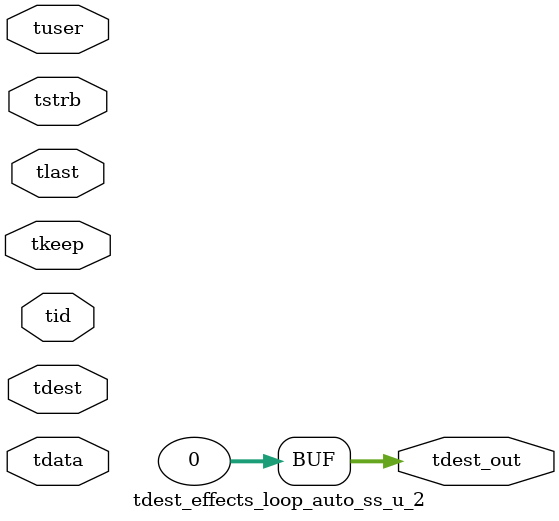
<source format=v>


`timescale 1ps/1ps

module tdest_effects_loop_auto_ss_u_2 #
(
parameter C_S_AXIS_TDATA_WIDTH = 32,
parameter C_S_AXIS_TUSER_WIDTH = 0,
parameter C_S_AXIS_TID_WIDTH   = 0,
parameter C_S_AXIS_TDEST_WIDTH = 0,
parameter C_M_AXIS_TDEST_WIDTH = 32
)
(
input  [(C_S_AXIS_TDATA_WIDTH == 0 ? 1 : C_S_AXIS_TDATA_WIDTH)-1:0     ] tdata,
input  [(C_S_AXIS_TUSER_WIDTH == 0 ? 1 : C_S_AXIS_TUSER_WIDTH)-1:0     ] tuser,
input  [(C_S_AXIS_TID_WIDTH   == 0 ? 1 : C_S_AXIS_TID_WIDTH)-1:0       ] tid,
input  [(C_S_AXIS_TDEST_WIDTH == 0 ? 1 : C_S_AXIS_TDEST_WIDTH)-1:0     ] tdest,
input  [(C_S_AXIS_TDATA_WIDTH/8)-1:0 ] tkeep,
input  [(C_S_AXIS_TDATA_WIDTH/8)-1:0 ] tstrb,
input                                                                    tlast,
output [C_M_AXIS_TDEST_WIDTH-1:0] tdest_out
);

assign tdest_out = {1'b0};

endmodule


</source>
